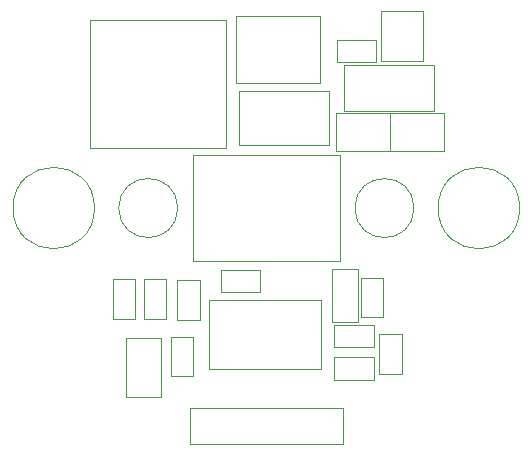
<source format=gbr>
%TF.GenerationSoftware,KiCad,Pcbnew,5.1.6+dfsg1-1*%
%TF.CreationDate,2021-02-01T07:44:42+01:00*%
%TF.ProjectId,buck_3a_v4,6275636b-5f33-4615-9f76-342e6b696361,rev?*%
%TF.SameCoordinates,Original*%
%TF.FileFunction,Other,User*%
%FSLAX46Y46*%
G04 Gerber Fmt 4.6, Leading zero omitted, Abs format (unit mm)*
G04 Created by KiCad (PCBNEW 5.1.6+dfsg1-1) date 2021-02-01 07:44:42*
%MOMM*%
%LPD*%
G01*
G04 APERTURE LIST*
%ADD10C,0.050000*%
G04 APERTURE END LIST*
D10*
%TO.C,C4*%
X57766000Y-59680000D02*
X55526000Y-59680000D01*
X55526000Y-59680000D02*
X55526000Y-55120000D01*
X55526000Y-55120000D02*
X57766000Y-55120000D01*
X57766000Y-55120000D02*
X57766000Y-59680000D01*
%TO.C,U1*%
X59700000Y-37515000D02*
X59700000Y-33285000D01*
X63300000Y-37515000D02*
X63300000Y-33285000D01*
X59700000Y-37515000D02*
X63300000Y-37515000D01*
X59700000Y-33285000D02*
X63300000Y-33285000D01*
%TO.C,C3*%
X65030000Y-41970000D02*
X65030000Y-45130000D01*
X65030000Y-45130000D02*
X60470000Y-45130000D01*
X60470000Y-45130000D02*
X60470000Y-41970000D01*
X60470000Y-41970000D02*
X65030000Y-41970000D01*
%TO.C,C1*%
X55870000Y-45130000D02*
X55870000Y-41970000D01*
X55870000Y-41970000D02*
X60430000Y-41970000D01*
X60430000Y-41970000D02*
X60430000Y-45130000D01*
X60430000Y-45130000D02*
X55870000Y-45130000D01*
%TO.C,D1*%
X55300000Y-40120000D02*
X55300000Y-44680000D01*
X55300000Y-44680000D02*
X47690000Y-44680000D01*
X47690000Y-44680000D02*
X47690000Y-40120000D01*
X47690000Y-40120000D02*
X55300000Y-40120000D01*
%TO.C,L1*%
X46600000Y-34050000D02*
X35100000Y-34050000D01*
X46600000Y-44950000D02*
X46600000Y-34050000D01*
X35100000Y-44950000D02*
X46600000Y-44950000D01*
X35100000Y-34050000D02*
X35100000Y-44950000D01*
%TO.C,C6*%
X44350000Y-56120000D02*
X44350000Y-59480000D01*
X42450000Y-56120000D02*
X44350000Y-56120000D01*
X42450000Y-59480000D02*
X42450000Y-56120000D01*
X44350000Y-59480000D02*
X42450000Y-59480000D01*
%TO.C,J1*%
X62500000Y-50000000D02*
G75*
G03*
X62500000Y-50000000I-2500000J0D01*
G01*
%TO.C,J2*%
X42500000Y-50000000D02*
G75*
G03*
X42500000Y-50000000I-2500000J0D01*
G01*
%TO.C,H2*%
X71450000Y-50000000D02*
G75*
G03*
X71450000Y-50000000I-3450000J0D01*
G01*
%TO.C,H1*%
X35450000Y-50000000D02*
G75*
G03*
X35450000Y-50000000I-3450000J0D01*
G01*
%TO.C,J3*%
X56250000Y-54450000D02*
X56250000Y-45550000D01*
X56250000Y-45550000D02*
X43750000Y-45550000D01*
X43750000Y-45550000D02*
X43750000Y-54450000D01*
X43750000Y-54450000D02*
X56250000Y-54450000D01*
%TO.C,J5*%
X56496000Y-66966000D02*
X43496000Y-66966000D01*
X43496000Y-66966000D02*
X43496000Y-69966000D01*
X43496000Y-69966000D02*
X56496000Y-69966000D01*
X56496000Y-69966000D02*
X56496000Y-66966000D01*
%TO.C,J4*%
X38096000Y-61016000D02*
X38096000Y-66016000D01*
X38096000Y-66016000D02*
X41096000Y-66016000D01*
X41096000Y-66016000D02*
X41096000Y-61016000D01*
X41096000Y-61016000D02*
X38096000Y-61016000D01*
%TO.C,U2*%
X45146000Y-57766000D02*
X45146000Y-63666000D01*
X54646000Y-57766000D02*
X54646000Y-63666000D01*
X45146000Y-57766000D02*
X54646000Y-57766000D01*
X45146000Y-63666000D02*
X54646000Y-63666000D01*
%TO.C,R7*%
X46120000Y-57150000D02*
X46120000Y-55250000D01*
X46120000Y-55250000D02*
X49480000Y-55250000D01*
X49480000Y-55250000D02*
X49480000Y-57150000D01*
X49480000Y-57150000D02*
X46120000Y-57150000D01*
%TO.C,R6*%
X43796000Y-64258500D02*
X41896000Y-64258500D01*
X41896000Y-64258500D02*
X41896000Y-60898500D01*
X41896000Y-60898500D02*
X43796000Y-60898500D01*
X43796000Y-60898500D02*
X43796000Y-64258500D01*
%TO.C,R5*%
X61450000Y-64017500D02*
X59550000Y-64017500D01*
X59550000Y-64017500D02*
X59550000Y-60657500D01*
X59550000Y-60657500D02*
X61450000Y-60657500D01*
X61450000Y-60657500D02*
X61450000Y-64017500D01*
%TO.C,R4*%
X38896000Y-59396000D02*
X36996000Y-59396000D01*
X36996000Y-59396000D02*
X36996000Y-56036000D01*
X36996000Y-56036000D02*
X38896000Y-56036000D01*
X38896000Y-56036000D02*
X38896000Y-59396000D01*
%TO.C,R3*%
X39646000Y-56036000D02*
X41546000Y-56036000D01*
X41546000Y-56036000D02*
X41546000Y-59396000D01*
X41546000Y-59396000D02*
X39646000Y-59396000D01*
X39646000Y-59396000D02*
X39646000Y-56036000D01*
%TO.C,R2*%
X59126000Y-59866000D02*
X59126000Y-61766000D01*
X59126000Y-61766000D02*
X55766000Y-61766000D01*
X55766000Y-61766000D02*
X55766000Y-59866000D01*
X55766000Y-59866000D02*
X59126000Y-59866000D01*
%TO.C,R1*%
X64220000Y-37930000D02*
X64220000Y-41770000D01*
X64220000Y-41770000D02*
X56580000Y-41770000D01*
X56580000Y-41770000D02*
X56580000Y-37930000D01*
X56580000Y-37930000D02*
X64220000Y-37930000D01*
%TO.C,Q1*%
X54580000Y-33746000D02*
X47420000Y-33746000D01*
X54580000Y-39406000D02*
X54580000Y-33746000D01*
X47420000Y-39406000D02*
X54580000Y-39406000D01*
X47420000Y-33746000D02*
X47420000Y-39406000D01*
%TO.C,D2*%
X55757500Y-64550000D02*
X55757500Y-62650000D01*
X55757500Y-62650000D02*
X59117500Y-62650000D01*
X59117500Y-62650000D02*
X59117500Y-64550000D01*
X59117500Y-64550000D02*
X55757500Y-64550000D01*
%TO.C,C5*%
X59896000Y-59258500D02*
X57996000Y-59258500D01*
X57996000Y-59258500D02*
X57996000Y-55898500D01*
X57996000Y-55898500D02*
X59896000Y-55898500D01*
X59896000Y-55898500D02*
X59896000Y-59258500D01*
%TO.C,C2*%
X59317500Y-35750000D02*
X59317500Y-37650000D01*
X59317500Y-37650000D02*
X55957500Y-37650000D01*
X55957500Y-37650000D02*
X55957500Y-35750000D01*
X55957500Y-35750000D02*
X59317500Y-35750000D01*
%TD*%
M02*

</source>
